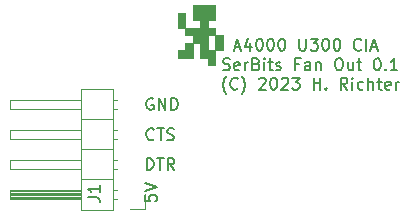
<source format=gto>
%TF.GenerationSoftware,KiCad,Pcbnew,(5.1.6-0)*%
%TF.CreationDate,2023-01-08T10:47:54+01:00*%
%TF.ProjectId,Raddswi_CIA_Adapter,52616464-7377-4695-9f43-49415f416461,rev?*%
%TF.SameCoordinates,Original*%
%TF.FileFunction,Legend,Top*%
%TF.FilePolarity,Positive*%
%FSLAX46Y46*%
G04 Gerber Fmt 4.6, Leading zero omitted, Abs format (unit mm)*
G04 Created by KiCad (PCBNEW (5.1.6-0)) date 2023-01-08 10:47:54*
%MOMM*%
%LPD*%
G01*
G04 APERTURE LIST*
%ADD10C,0.150000*%
%ADD11C,0.100000*%
%ADD12C,0.120000*%
G04 APERTURE END LIST*
D10*
X158695238Y-99418166D02*
X159171428Y-99418166D01*
X158600000Y-99703880D02*
X158933333Y-98703880D01*
X159266666Y-99703880D01*
X160028571Y-99037214D02*
X160028571Y-99703880D01*
X159790476Y-98656261D02*
X159552380Y-99370547D01*
X160171428Y-99370547D01*
X160742857Y-98703880D02*
X160838095Y-98703880D01*
X160933333Y-98751500D01*
X160980952Y-98799119D01*
X161028571Y-98894357D01*
X161076190Y-99084833D01*
X161076190Y-99322928D01*
X161028571Y-99513404D01*
X160980952Y-99608642D01*
X160933333Y-99656261D01*
X160838095Y-99703880D01*
X160742857Y-99703880D01*
X160647619Y-99656261D01*
X160600000Y-99608642D01*
X160552380Y-99513404D01*
X160504761Y-99322928D01*
X160504761Y-99084833D01*
X160552380Y-98894357D01*
X160600000Y-98799119D01*
X160647619Y-98751500D01*
X160742857Y-98703880D01*
X161695238Y-98703880D02*
X161790476Y-98703880D01*
X161885714Y-98751500D01*
X161933333Y-98799119D01*
X161980952Y-98894357D01*
X162028571Y-99084833D01*
X162028571Y-99322928D01*
X161980952Y-99513404D01*
X161933333Y-99608642D01*
X161885714Y-99656261D01*
X161790476Y-99703880D01*
X161695238Y-99703880D01*
X161600000Y-99656261D01*
X161552380Y-99608642D01*
X161504761Y-99513404D01*
X161457142Y-99322928D01*
X161457142Y-99084833D01*
X161504761Y-98894357D01*
X161552380Y-98799119D01*
X161600000Y-98751500D01*
X161695238Y-98703880D01*
X162647619Y-98703880D02*
X162742857Y-98703880D01*
X162838095Y-98751500D01*
X162885714Y-98799119D01*
X162933333Y-98894357D01*
X162980952Y-99084833D01*
X162980952Y-99322928D01*
X162933333Y-99513404D01*
X162885714Y-99608642D01*
X162838095Y-99656261D01*
X162742857Y-99703880D01*
X162647619Y-99703880D01*
X162552380Y-99656261D01*
X162504761Y-99608642D01*
X162457142Y-99513404D01*
X162409523Y-99322928D01*
X162409523Y-99084833D01*
X162457142Y-98894357D01*
X162504761Y-98799119D01*
X162552380Y-98751500D01*
X162647619Y-98703880D01*
X164171428Y-98703880D02*
X164171428Y-99513404D01*
X164219047Y-99608642D01*
X164266666Y-99656261D01*
X164361904Y-99703880D01*
X164552380Y-99703880D01*
X164647619Y-99656261D01*
X164695238Y-99608642D01*
X164742857Y-99513404D01*
X164742857Y-98703880D01*
X165123809Y-98703880D02*
X165742857Y-98703880D01*
X165409523Y-99084833D01*
X165552380Y-99084833D01*
X165647619Y-99132452D01*
X165695238Y-99180071D01*
X165742857Y-99275309D01*
X165742857Y-99513404D01*
X165695238Y-99608642D01*
X165647619Y-99656261D01*
X165552380Y-99703880D01*
X165266666Y-99703880D01*
X165171428Y-99656261D01*
X165123809Y-99608642D01*
X166361904Y-98703880D02*
X166457142Y-98703880D01*
X166552380Y-98751500D01*
X166600000Y-98799119D01*
X166647619Y-98894357D01*
X166695238Y-99084833D01*
X166695238Y-99322928D01*
X166647619Y-99513404D01*
X166600000Y-99608642D01*
X166552380Y-99656261D01*
X166457142Y-99703880D01*
X166361904Y-99703880D01*
X166266666Y-99656261D01*
X166219047Y-99608642D01*
X166171428Y-99513404D01*
X166123809Y-99322928D01*
X166123809Y-99084833D01*
X166171428Y-98894357D01*
X166219047Y-98799119D01*
X166266666Y-98751500D01*
X166361904Y-98703880D01*
X167314285Y-98703880D02*
X167409523Y-98703880D01*
X167504761Y-98751500D01*
X167552380Y-98799119D01*
X167600000Y-98894357D01*
X167647619Y-99084833D01*
X167647619Y-99322928D01*
X167600000Y-99513404D01*
X167552380Y-99608642D01*
X167504761Y-99656261D01*
X167409523Y-99703880D01*
X167314285Y-99703880D01*
X167219047Y-99656261D01*
X167171428Y-99608642D01*
X167123809Y-99513404D01*
X167076190Y-99322928D01*
X167076190Y-99084833D01*
X167123809Y-98894357D01*
X167171428Y-98799119D01*
X167219047Y-98751500D01*
X167314285Y-98703880D01*
X169409523Y-99608642D02*
X169361904Y-99656261D01*
X169219047Y-99703880D01*
X169123809Y-99703880D01*
X168980952Y-99656261D01*
X168885714Y-99561023D01*
X168838095Y-99465785D01*
X168790476Y-99275309D01*
X168790476Y-99132452D01*
X168838095Y-98941976D01*
X168885714Y-98846738D01*
X168980952Y-98751500D01*
X169123809Y-98703880D01*
X169219047Y-98703880D01*
X169361904Y-98751500D01*
X169409523Y-98799119D01*
X169838095Y-99703880D02*
X169838095Y-98703880D01*
X170266666Y-99418166D02*
X170742857Y-99418166D01*
X170171428Y-99703880D02*
X170504761Y-98703880D01*
X170838095Y-99703880D01*
X157719047Y-101306261D02*
X157861904Y-101353880D01*
X158100000Y-101353880D01*
X158195238Y-101306261D01*
X158242857Y-101258642D01*
X158290476Y-101163404D01*
X158290476Y-101068166D01*
X158242857Y-100972928D01*
X158195238Y-100925309D01*
X158100000Y-100877690D01*
X157909523Y-100830071D01*
X157814285Y-100782452D01*
X157766666Y-100734833D01*
X157719047Y-100639595D01*
X157719047Y-100544357D01*
X157766666Y-100449119D01*
X157814285Y-100401500D01*
X157909523Y-100353880D01*
X158147619Y-100353880D01*
X158290476Y-100401500D01*
X159100000Y-101306261D02*
X159004761Y-101353880D01*
X158814285Y-101353880D01*
X158719047Y-101306261D01*
X158671428Y-101211023D01*
X158671428Y-100830071D01*
X158719047Y-100734833D01*
X158814285Y-100687214D01*
X159004761Y-100687214D01*
X159100000Y-100734833D01*
X159147619Y-100830071D01*
X159147619Y-100925309D01*
X158671428Y-101020547D01*
X159576190Y-101353880D02*
X159576190Y-100687214D01*
X159576190Y-100877690D02*
X159623809Y-100782452D01*
X159671428Y-100734833D01*
X159766666Y-100687214D01*
X159861904Y-100687214D01*
X160528571Y-100830071D02*
X160671428Y-100877690D01*
X160719047Y-100925309D01*
X160766666Y-101020547D01*
X160766666Y-101163404D01*
X160719047Y-101258642D01*
X160671428Y-101306261D01*
X160576190Y-101353880D01*
X160195238Y-101353880D01*
X160195238Y-100353880D01*
X160528571Y-100353880D01*
X160623809Y-100401500D01*
X160671428Y-100449119D01*
X160719047Y-100544357D01*
X160719047Y-100639595D01*
X160671428Y-100734833D01*
X160623809Y-100782452D01*
X160528571Y-100830071D01*
X160195238Y-100830071D01*
X161195238Y-101353880D02*
X161195238Y-100687214D01*
X161195238Y-100353880D02*
X161147619Y-100401500D01*
X161195238Y-100449119D01*
X161242857Y-100401500D01*
X161195238Y-100353880D01*
X161195238Y-100449119D01*
X161528571Y-100687214D02*
X161909523Y-100687214D01*
X161671428Y-100353880D02*
X161671428Y-101211023D01*
X161719047Y-101306261D01*
X161814285Y-101353880D01*
X161909523Y-101353880D01*
X162195238Y-101306261D02*
X162290476Y-101353880D01*
X162480952Y-101353880D01*
X162576190Y-101306261D01*
X162623809Y-101211023D01*
X162623809Y-101163404D01*
X162576190Y-101068166D01*
X162480952Y-101020547D01*
X162338095Y-101020547D01*
X162242857Y-100972928D01*
X162195238Y-100877690D01*
X162195238Y-100830071D01*
X162242857Y-100734833D01*
X162338095Y-100687214D01*
X162480952Y-100687214D01*
X162576190Y-100734833D01*
X164147619Y-100830071D02*
X163814285Y-100830071D01*
X163814285Y-101353880D02*
X163814285Y-100353880D01*
X164290476Y-100353880D01*
X165100000Y-101353880D02*
X165100000Y-100830071D01*
X165052380Y-100734833D01*
X164957142Y-100687214D01*
X164766666Y-100687214D01*
X164671428Y-100734833D01*
X165100000Y-101306261D02*
X165004761Y-101353880D01*
X164766666Y-101353880D01*
X164671428Y-101306261D01*
X164623809Y-101211023D01*
X164623809Y-101115785D01*
X164671428Y-101020547D01*
X164766666Y-100972928D01*
X165004761Y-100972928D01*
X165100000Y-100925309D01*
X165576190Y-100687214D02*
X165576190Y-101353880D01*
X165576190Y-100782452D02*
X165623809Y-100734833D01*
X165719047Y-100687214D01*
X165861904Y-100687214D01*
X165957142Y-100734833D01*
X166004761Y-100830071D01*
X166004761Y-101353880D01*
X167433333Y-100353880D02*
X167623809Y-100353880D01*
X167719047Y-100401500D01*
X167814285Y-100496738D01*
X167861904Y-100687214D01*
X167861904Y-101020547D01*
X167814285Y-101211023D01*
X167719047Y-101306261D01*
X167623809Y-101353880D01*
X167433333Y-101353880D01*
X167338095Y-101306261D01*
X167242857Y-101211023D01*
X167195238Y-101020547D01*
X167195238Y-100687214D01*
X167242857Y-100496738D01*
X167338095Y-100401500D01*
X167433333Y-100353880D01*
X168719047Y-100687214D02*
X168719047Y-101353880D01*
X168290476Y-100687214D02*
X168290476Y-101211023D01*
X168338095Y-101306261D01*
X168433333Y-101353880D01*
X168576190Y-101353880D01*
X168671428Y-101306261D01*
X168719047Y-101258642D01*
X169052380Y-100687214D02*
X169433333Y-100687214D01*
X169195238Y-100353880D02*
X169195238Y-101211023D01*
X169242857Y-101306261D01*
X169338095Y-101353880D01*
X169433333Y-101353880D01*
X170719047Y-100353880D02*
X170814285Y-100353880D01*
X170909523Y-100401500D01*
X170957142Y-100449119D01*
X171004761Y-100544357D01*
X171052380Y-100734833D01*
X171052380Y-100972928D01*
X171004761Y-101163404D01*
X170957142Y-101258642D01*
X170909523Y-101306261D01*
X170814285Y-101353880D01*
X170719047Y-101353880D01*
X170623809Y-101306261D01*
X170576190Y-101258642D01*
X170528571Y-101163404D01*
X170480952Y-100972928D01*
X170480952Y-100734833D01*
X170528571Y-100544357D01*
X170576190Y-100449119D01*
X170623809Y-100401500D01*
X170719047Y-100353880D01*
X171480952Y-101258642D02*
X171528571Y-101306261D01*
X171480952Y-101353880D01*
X171433333Y-101306261D01*
X171480952Y-101258642D01*
X171480952Y-101353880D01*
X172480952Y-101353880D02*
X171909523Y-101353880D01*
X172195238Y-101353880D02*
X172195238Y-100353880D01*
X172100000Y-100496738D01*
X172004761Y-100591976D01*
X171909523Y-100639595D01*
X158004761Y-103384833D02*
X157957142Y-103337214D01*
X157861904Y-103194357D01*
X157814285Y-103099119D01*
X157766666Y-102956261D01*
X157719047Y-102718166D01*
X157719047Y-102527690D01*
X157766666Y-102289595D01*
X157814285Y-102146738D01*
X157861904Y-102051500D01*
X157957142Y-101908642D01*
X158004761Y-101861023D01*
X158957142Y-102908642D02*
X158909523Y-102956261D01*
X158766666Y-103003880D01*
X158671428Y-103003880D01*
X158528571Y-102956261D01*
X158433333Y-102861023D01*
X158385714Y-102765785D01*
X158338095Y-102575309D01*
X158338095Y-102432452D01*
X158385714Y-102241976D01*
X158433333Y-102146738D01*
X158528571Y-102051500D01*
X158671428Y-102003880D01*
X158766666Y-102003880D01*
X158909523Y-102051500D01*
X158957142Y-102099119D01*
X159290476Y-103384833D02*
X159338095Y-103337214D01*
X159433333Y-103194357D01*
X159480952Y-103099119D01*
X159528571Y-102956261D01*
X159576190Y-102718166D01*
X159576190Y-102527690D01*
X159528571Y-102289595D01*
X159480952Y-102146738D01*
X159433333Y-102051500D01*
X159338095Y-101908642D01*
X159290476Y-101861023D01*
X160766666Y-102099119D02*
X160814285Y-102051500D01*
X160909523Y-102003880D01*
X161147619Y-102003880D01*
X161242857Y-102051500D01*
X161290476Y-102099119D01*
X161338095Y-102194357D01*
X161338095Y-102289595D01*
X161290476Y-102432452D01*
X160719047Y-103003880D01*
X161338095Y-103003880D01*
X161957142Y-102003880D02*
X162052380Y-102003880D01*
X162147619Y-102051500D01*
X162195238Y-102099119D01*
X162242857Y-102194357D01*
X162290476Y-102384833D01*
X162290476Y-102622928D01*
X162242857Y-102813404D01*
X162195238Y-102908642D01*
X162147619Y-102956261D01*
X162052380Y-103003880D01*
X161957142Y-103003880D01*
X161861904Y-102956261D01*
X161814285Y-102908642D01*
X161766666Y-102813404D01*
X161719047Y-102622928D01*
X161719047Y-102384833D01*
X161766666Y-102194357D01*
X161814285Y-102099119D01*
X161861904Y-102051500D01*
X161957142Y-102003880D01*
X162671428Y-102099119D02*
X162719047Y-102051500D01*
X162814285Y-102003880D01*
X163052380Y-102003880D01*
X163147619Y-102051500D01*
X163195238Y-102099119D01*
X163242857Y-102194357D01*
X163242857Y-102289595D01*
X163195238Y-102432452D01*
X162623809Y-103003880D01*
X163242857Y-103003880D01*
X163576190Y-102003880D02*
X164195238Y-102003880D01*
X163861904Y-102384833D01*
X164004761Y-102384833D01*
X164100000Y-102432452D01*
X164147619Y-102480071D01*
X164195238Y-102575309D01*
X164195238Y-102813404D01*
X164147619Y-102908642D01*
X164100000Y-102956261D01*
X164004761Y-103003880D01*
X163719047Y-103003880D01*
X163623809Y-102956261D01*
X163576190Y-102908642D01*
X165385714Y-103003880D02*
X165385714Y-102003880D01*
X165385714Y-102480071D02*
X165957142Y-102480071D01*
X165957142Y-103003880D02*
X165957142Y-102003880D01*
X166433333Y-102908642D02*
X166480952Y-102956261D01*
X166433333Y-103003880D01*
X166385714Y-102956261D01*
X166433333Y-102908642D01*
X166433333Y-103003880D01*
X168242857Y-103003880D02*
X167909523Y-102527690D01*
X167671428Y-103003880D02*
X167671428Y-102003880D01*
X168052380Y-102003880D01*
X168147619Y-102051500D01*
X168195238Y-102099119D01*
X168242857Y-102194357D01*
X168242857Y-102337214D01*
X168195238Y-102432452D01*
X168147619Y-102480071D01*
X168052380Y-102527690D01*
X167671428Y-102527690D01*
X168671428Y-103003880D02*
X168671428Y-102337214D01*
X168671428Y-102003880D02*
X168623809Y-102051500D01*
X168671428Y-102099119D01*
X168719047Y-102051500D01*
X168671428Y-102003880D01*
X168671428Y-102099119D01*
X169576190Y-102956261D02*
X169480952Y-103003880D01*
X169290476Y-103003880D01*
X169195238Y-102956261D01*
X169147619Y-102908642D01*
X169100000Y-102813404D01*
X169100000Y-102527690D01*
X169147619Y-102432452D01*
X169195238Y-102384833D01*
X169290476Y-102337214D01*
X169480952Y-102337214D01*
X169576190Y-102384833D01*
X170004761Y-103003880D02*
X170004761Y-102003880D01*
X170433333Y-103003880D02*
X170433333Y-102480071D01*
X170385714Y-102384833D01*
X170290476Y-102337214D01*
X170147619Y-102337214D01*
X170052380Y-102384833D01*
X170004761Y-102432452D01*
X170766666Y-102337214D02*
X171147619Y-102337214D01*
X170909523Y-102003880D02*
X170909523Y-102861023D01*
X170957142Y-102956261D01*
X171052380Y-103003880D01*
X171147619Y-103003880D01*
X171861904Y-102956261D02*
X171766666Y-103003880D01*
X171576190Y-103003880D01*
X171480952Y-102956261D01*
X171433333Y-102861023D01*
X171433333Y-102480071D01*
X171480952Y-102384833D01*
X171576190Y-102337214D01*
X171766666Y-102337214D01*
X171861904Y-102384833D01*
X171909523Y-102480071D01*
X171909523Y-102575309D01*
X171433333Y-102670547D01*
X172338095Y-103003880D02*
X172338095Y-102337214D01*
X172338095Y-102527690D02*
X172385714Y-102432452D01*
X172433333Y-102384833D01*
X172528571Y-102337214D01*
X172623809Y-102337214D01*
X151790495Y-103779700D02*
X151695257Y-103732080D01*
X151552400Y-103732080D01*
X151409542Y-103779700D01*
X151314304Y-103874938D01*
X151266685Y-103970176D01*
X151219066Y-104160652D01*
X151219066Y-104303509D01*
X151266685Y-104493985D01*
X151314304Y-104589223D01*
X151409542Y-104684461D01*
X151552400Y-104732080D01*
X151647638Y-104732080D01*
X151790495Y-104684461D01*
X151838114Y-104636842D01*
X151838114Y-104303509D01*
X151647638Y-104303509D01*
X152266685Y-104732080D02*
X152266685Y-103732080D01*
X152838114Y-104732080D01*
X152838114Y-103732080D01*
X153314304Y-104732080D02*
X153314304Y-103732080D01*
X153552400Y-103732080D01*
X153695257Y-103779700D01*
X153790495Y-103874938D01*
X153838114Y-103970176D01*
X153885733Y-104160652D01*
X153885733Y-104303509D01*
X153838114Y-104493985D01*
X153790495Y-104589223D01*
X153695257Y-104684461D01*
X153552400Y-104732080D01*
X153314304Y-104732080D01*
X151852380Y-107194622D02*
X151804761Y-107242241D01*
X151661904Y-107289860D01*
X151566666Y-107289860D01*
X151423809Y-107242241D01*
X151328571Y-107147003D01*
X151280952Y-107051765D01*
X151233333Y-106861289D01*
X151233333Y-106718432D01*
X151280952Y-106527956D01*
X151328571Y-106432718D01*
X151423809Y-106337480D01*
X151566666Y-106289860D01*
X151661904Y-106289860D01*
X151804761Y-106337480D01*
X151852380Y-106385099D01*
X152138095Y-106289860D02*
X152709523Y-106289860D01*
X152423809Y-107289860D02*
X152423809Y-106289860D01*
X152995238Y-107242241D02*
X153138095Y-107289860D01*
X153376190Y-107289860D01*
X153471428Y-107242241D01*
X153519047Y-107194622D01*
X153566666Y-107099384D01*
X153566666Y-107004146D01*
X153519047Y-106908908D01*
X153471428Y-106861289D01*
X153376190Y-106813670D01*
X153185714Y-106766051D01*
X153090476Y-106718432D01*
X153042857Y-106670813D01*
X152995238Y-106575575D01*
X152995238Y-106480337D01*
X153042857Y-106385099D01*
X153090476Y-106337480D01*
X153185714Y-106289860D01*
X153423809Y-106289860D01*
X153566666Y-106337480D01*
X151257142Y-109799380D02*
X151257142Y-108799380D01*
X151495238Y-108799380D01*
X151638095Y-108847000D01*
X151733333Y-108942238D01*
X151780952Y-109037476D01*
X151828571Y-109227952D01*
X151828571Y-109370809D01*
X151780952Y-109561285D01*
X151733333Y-109656523D01*
X151638095Y-109751761D01*
X151495238Y-109799380D01*
X151257142Y-109799380D01*
X152114285Y-108799380D02*
X152685714Y-108799380D01*
X152400000Y-109799380D02*
X152400000Y-108799380D01*
X153590476Y-109799380D02*
X153257142Y-109323190D01*
X153019047Y-109799380D02*
X153019047Y-108799380D01*
X153400000Y-108799380D01*
X153495238Y-108847000D01*
X153542857Y-108894619D01*
X153590476Y-108989857D01*
X153590476Y-109132714D01*
X153542857Y-109227952D01*
X153495238Y-109275571D01*
X153400000Y-109323190D01*
X153019047Y-109323190D01*
X151090380Y-111950476D02*
X151090380Y-112426666D01*
X151566571Y-112474285D01*
X151518952Y-112426666D01*
X151471333Y-112331428D01*
X151471333Y-112093333D01*
X151518952Y-111998095D01*
X151566571Y-111950476D01*
X151661809Y-111902857D01*
X151899904Y-111902857D01*
X151995142Y-111950476D01*
X152042761Y-111998095D01*
X152090380Y-112093333D01*
X152090380Y-112331428D01*
X152042761Y-112426666D01*
X151995142Y-112474285D01*
X151090380Y-111617142D02*
X152090380Y-111283809D01*
X151090380Y-110950476D01*
D11*
%TO.C,REF\u002A\u002A*%
G36*
X155130500Y-95885000D02*
G01*
X157035500Y-95885000D01*
X157035500Y-97155000D01*
X155130500Y-97155000D01*
X155130500Y-95885000D01*
G37*
X155130500Y-95885000D02*
X157035500Y-95885000D01*
X157035500Y-97155000D01*
X155130500Y-97155000D01*
X155130500Y-95885000D01*
G36*
X155765500Y-97155000D02*
G01*
X155765500Y-97790000D01*
X156400500Y-97790000D01*
X156400500Y-97155000D01*
X155765500Y-97155000D01*
G37*
X155765500Y-97155000D02*
X155765500Y-97790000D01*
X156400500Y-97790000D01*
X156400500Y-97155000D01*
X155765500Y-97155000D01*
G36*
X155130500Y-97790000D02*
G01*
X154495500Y-97790000D01*
X154495500Y-98425000D01*
X155130500Y-98425000D01*
X155130500Y-97790000D01*
G37*
X155130500Y-97790000D02*
X154495500Y-97790000D01*
X154495500Y-98425000D01*
X155130500Y-98425000D01*
X155130500Y-97790000D01*
G36*
X154495500Y-97790000D02*
G01*
X154495500Y-96520000D01*
X153860500Y-96520000D01*
X153860500Y-97790000D01*
X154495500Y-97790000D01*
G37*
X154495500Y-97790000D02*
X154495500Y-96520000D01*
X153860500Y-96520000D01*
X153860500Y-97790000D01*
X154495500Y-97790000D01*
G36*
X155130500Y-97790000D02*
G01*
X157035500Y-97790000D01*
X157035500Y-98425000D01*
X155130500Y-98425000D01*
X155130500Y-97790000D01*
G37*
X155130500Y-97790000D02*
X157035500Y-97790000D01*
X157035500Y-98425000D01*
X155130500Y-98425000D01*
X155130500Y-97790000D01*
G36*
X157035500Y-98425000D02*
G01*
X157035500Y-99695000D01*
X157670500Y-99695000D01*
X157670500Y-98425000D01*
X157035500Y-98425000D01*
G37*
X157035500Y-98425000D02*
X157035500Y-99695000D01*
X157670500Y-99695000D01*
X157670500Y-98425000D01*
X157035500Y-98425000D01*
G36*
X156400500Y-98425000D02*
G01*
X156400500Y-99060000D01*
X155130500Y-99060000D01*
X155130500Y-98425000D01*
X156400500Y-98425000D01*
G37*
X156400500Y-98425000D02*
X156400500Y-99060000D01*
X155130500Y-99060000D01*
X155130500Y-98425000D01*
X156400500Y-98425000D01*
G36*
X156400500Y-99060000D02*
G01*
X156400500Y-100330000D01*
X155765500Y-100330000D01*
X155765500Y-99060000D01*
X156400500Y-99060000D01*
G37*
X156400500Y-99060000D02*
X156400500Y-100330000D01*
X155765500Y-100330000D01*
X155765500Y-99060000D01*
X156400500Y-99060000D01*
G36*
X156400500Y-99695000D02*
G01*
X157035500Y-99695000D01*
X157035500Y-100965000D01*
X156400500Y-100965000D01*
X156400500Y-99695000D01*
G37*
X156400500Y-99695000D02*
X157035500Y-99695000D01*
X157035500Y-100965000D01*
X156400500Y-100965000D01*
X156400500Y-99695000D01*
G36*
X155130500Y-99060000D02*
G01*
X155130500Y-99695000D01*
X154495500Y-99695000D01*
X154495500Y-99060000D01*
X155130500Y-99060000D01*
G37*
X155130500Y-99060000D02*
X155130500Y-99695000D01*
X154495500Y-99695000D01*
X154495500Y-99060000D01*
X155130500Y-99060000D01*
G36*
X155130500Y-99695000D02*
G01*
X155130500Y-100330000D01*
X153860500Y-100330000D01*
X153860500Y-99695000D01*
X155130500Y-99695000D01*
G37*
X155130500Y-99695000D02*
X155130500Y-100330000D01*
X153860500Y-100330000D01*
X153860500Y-99695000D01*
X155130500Y-99695000D01*
D12*
%TO.C,J1*%
X148376820Y-113211920D02*
X148376820Y-102931920D01*
X148376820Y-102931920D02*
X145716820Y-102931920D01*
X145716820Y-102931920D02*
X145716820Y-113211920D01*
X145716820Y-113211920D02*
X148376820Y-113211920D01*
X145716820Y-112261920D02*
X139716820Y-112261920D01*
X139716820Y-112261920D02*
X139716820Y-111501920D01*
X139716820Y-111501920D02*
X145716820Y-111501920D01*
X145716820Y-112201920D02*
X139716820Y-112201920D01*
X145716820Y-112081920D02*
X139716820Y-112081920D01*
X145716820Y-111961920D02*
X139716820Y-111961920D01*
X145716820Y-111841920D02*
X139716820Y-111841920D01*
X145716820Y-111721920D02*
X139716820Y-111721920D01*
X145716820Y-111601920D02*
X139716820Y-111601920D01*
X148706820Y-112261920D02*
X148376820Y-112261920D01*
X148706820Y-111501920D02*
X148376820Y-111501920D01*
X148376820Y-110611920D02*
X145716820Y-110611920D01*
X145716820Y-109721920D02*
X139716820Y-109721920D01*
X139716820Y-109721920D02*
X139716820Y-108961920D01*
X139716820Y-108961920D02*
X145716820Y-108961920D01*
X148773891Y-109721920D02*
X148376820Y-109721920D01*
X148773891Y-108961920D02*
X148376820Y-108961920D01*
X148376820Y-108071920D02*
X145716820Y-108071920D01*
X145716820Y-107181920D02*
X139716820Y-107181920D01*
X139716820Y-107181920D02*
X139716820Y-106421920D01*
X139716820Y-106421920D02*
X145716820Y-106421920D01*
X148773891Y-107181920D02*
X148376820Y-107181920D01*
X148773891Y-106421920D02*
X148376820Y-106421920D01*
X148376820Y-105531920D02*
X145716820Y-105531920D01*
X145716820Y-104641920D02*
X139716820Y-104641920D01*
X139716820Y-104641920D02*
X139716820Y-103881920D01*
X139716820Y-103881920D02*
X145716820Y-103881920D01*
X148773891Y-104641920D02*
X148376820Y-104641920D01*
X148773891Y-103881920D02*
X148376820Y-103881920D01*
X151086820Y-111881920D02*
X151086820Y-113151920D01*
X151086820Y-113151920D02*
X149816820Y-113151920D01*
D10*
X146264380Y-112111113D02*
X146978666Y-112111113D01*
X147121523Y-112158732D01*
X147216761Y-112253970D01*
X147264380Y-112396827D01*
X147264380Y-112492065D01*
X147264380Y-111111113D02*
X147264380Y-111682541D01*
X147264380Y-111396827D02*
X146264380Y-111396827D01*
X146407238Y-111492065D01*
X146502476Y-111587303D01*
X146550095Y-111682541D01*
%TD*%
M02*

</source>
